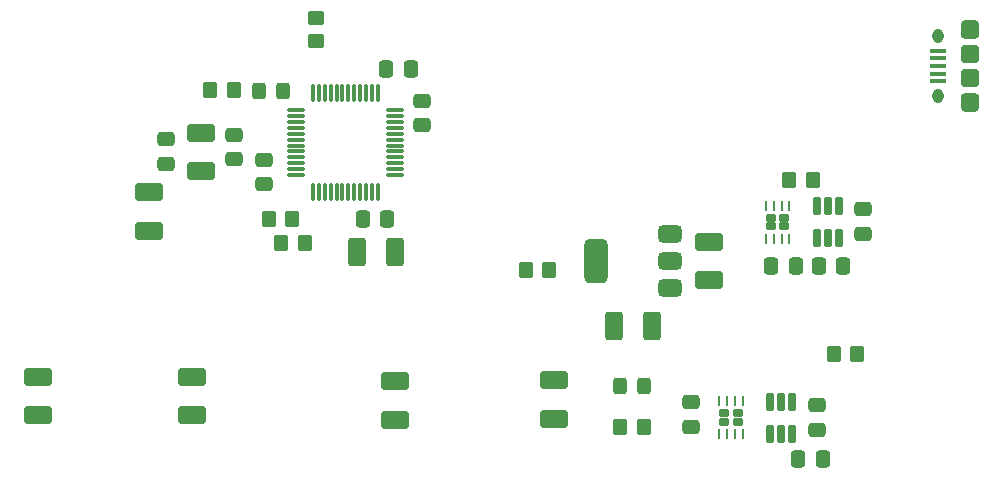
<source format=gbr>
%TF.GenerationSoftware,KiCad,Pcbnew,9.0.5*%
%TF.CreationDate,2025-10-26T18:09:26+01:00*%
%TF.ProjectId,MiniSumoSTM,4d696e69-5375-46d6-9f53-544d2e6b6963,rev?*%
%TF.SameCoordinates,Original*%
%TF.FileFunction,Paste,Top*%
%TF.FilePolarity,Positive*%
%FSLAX46Y46*%
G04 Gerber Fmt 4.6, Leading zero omitted, Abs format (unit mm)*
G04 Created by KiCad (PCBNEW 9.0.5) date 2025-10-26 18:09:26*
%MOMM*%
%LPD*%
G01*
G04 APERTURE LIST*
G04 Aperture macros list*
%AMRoundRect*
0 Rectangle with rounded corners*
0 $1 Rounding radius*
0 $2 $3 $4 $5 $6 $7 $8 $9 X,Y pos of 4 corners*
0 Add a 4 corners polygon primitive as box body*
4,1,4,$2,$3,$4,$5,$6,$7,$8,$9,$2,$3,0*
0 Add four circle primitives for the rounded corners*
1,1,$1+$1,$2,$3*
1,1,$1+$1,$4,$5*
1,1,$1+$1,$6,$7*
1,1,$1+$1,$8,$9*
0 Add four rect primitives between the rounded corners*
20,1,$1+$1,$2,$3,$4,$5,0*
20,1,$1+$1,$4,$5,$6,$7,0*
20,1,$1+$1,$6,$7,$8,$9,0*
20,1,$1+$1,$8,$9,$2,$3,0*%
G04 Aperture macros list end*
%ADD10RoundRect,0.150000X-0.305000X0.150000X-0.305000X-0.150000X0.305000X-0.150000X0.305000X0.150000X0*%
%ADD11RoundRect,0.062500X-0.062500X0.387500X-0.062500X-0.387500X0.062500X-0.387500X0.062500X0.387500X0*%
%ADD12RoundRect,0.150000X0.305000X-0.150000X0.305000X0.150000X-0.305000X0.150000X-0.305000X-0.150000X0*%
%ADD13RoundRect,0.062500X0.062500X-0.387500X0.062500X0.387500X-0.062500X0.387500X-0.062500X-0.387500X0*%
%ADD14RoundRect,0.250000X0.475000X-0.337500X0.475000X0.337500X-0.475000X0.337500X-0.475000X-0.337500X0*%
%ADD15RoundRect,0.250000X0.525000X-0.475000X0.525000X0.475000X-0.525000X0.475000X-0.525000X-0.475000X0*%
%ADD16RoundRect,0.250000X0.525000X-0.500000X0.525000X0.500000X-0.525000X0.500000X-0.525000X-0.500000X0*%
%ADD17RoundRect,0.100000X0.575000X-0.100000X0.575000X0.100000X-0.575000X0.100000X-0.575000X-0.100000X0*%
%ADD18O,1.550000X0.890000*%
%ADD19O,0.950000X1.250000*%
%ADD20RoundRect,0.250001X-0.507499X-0.944999X0.507499X-0.944999X0.507499X0.944999X-0.507499X0.944999X0*%
%ADD21RoundRect,0.250000X-0.475000X0.337500X-0.475000X-0.337500X0.475000X-0.337500X0.475000X0.337500X0*%
%ADD22RoundRect,0.250000X0.337500X0.475000X-0.337500X0.475000X-0.337500X-0.475000X0.337500X-0.475000X0*%
%ADD23RoundRect,0.250000X-0.337500X-0.475000X0.337500X-0.475000X0.337500X0.475000X-0.337500X0.475000X0*%
%ADD24RoundRect,0.250001X-0.944999X0.507499X-0.944999X-0.507499X0.944999X-0.507499X0.944999X0.507499X0*%
%ADD25RoundRect,0.250001X0.507499X0.944999X-0.507499X0.944999X-0.507499X-0.944999X0.507499X-0.944999X0*%
%ADD26RoundRect,0.250000X0.325000X0.450000X-0.325000X0.450000X-0.325000X-0.450000X0.325000X-0.450000X0*%
%ADD27RoundRect,0.250000X-0.325000X-0.450000X0.325000X-0.450000X0.325000X0.450000X-0.325000X0.450000X0*%
%ADD28RoundRect,0.250000X-0.350000X-0.450000X0.350000X-0.450000X0.350000X0.450000X-0.350000X0.450000X0*%
%ADD29RoundRect,0.250000X0.350000X0.450000X-0.350000X0.450000X-0.350000X-0.450000X0.350000X-0.450000X0*%
%ADD30RoundRect,0.250000X-0.450000X0.350000X-0.450000X-0.350000X0.450000X-0.350000X0.450000X0.350000X0*%
%ADD31RoundRect,0.162500X-0.162500X0.617500X-0.162500X-0.617500X0.162500X-0.617500X0.162500X0.617500X0*%
%ADD32RoundRect,0.375000X0.625000X0.375000X-0.625000X0.375000X-0.625000X-0.375000X0.625000X-0.375000X0*%
%ADD33RoundRect,0.500000X0.500000X1.400000X-0.500000X1.400000X-0.500000X-1.400000X0.500000X-1.400000X0*%
%ADD34RoundRect,0.075000X-0.662500X0.075000X-0.662500X-0.075000X0.662500X-0.075000X0.662500X0.075000X0*%
%ADD35RoundRect,0.075000X-0.075000X0.662500X-0.075000X-0.662500X0.075000X-0.662500X0.075000X0.662500X0*%
G04 APERTURE END LIST*
D10*
%TO.C,Q4*%
X180310000Y-84412500D03*
X179190000Y-84412500D03*
X180310000Y-85162500D03*
X179190000Y-85162500D03*
D11*
X180725000Y-83387500D03*
X180075000Y-83387500D03*
X179425000Y-83387500D03*
X178775000Y-83387500D03*
X178775000Y-86187500D03*
X179425000Y-86187500D03*
X180075000Y-86187500D03*
X180725000Y-86187500D03*
%TD*%
D12*
%TO.C,Q3*%
X175240000Y-101687500D03*
X176360000Y-101687500D03*
X175240000Y-100937500D03*
X176360000Y-100937500D03*
D13*
X174825000Y-102712500D03*
X175475000Y-102712500D03*
X176125000Y-102712500D03*
X176775000Y-102712500D03*
X176775000Y-99912500D03*
X176125000Y-99912500D03*
X175475000Y-99912500D03*
X174825000Y-99912500D03*
%TD*%
D14*
%TO.C,C25*%
X183050000Y-102387500D03*
X183050000Y-100312500D03*
%TD*%
D15*
%TO.C,J2*%
X196025000Y-68550000D03*
D16*
X196025000Y-70575000D03*
X196025000Y-72575000D03*
D15*
X196025000Y-74600000D03*
D17*
X193325000Y-70275000D03*
X193325000Y-70925000D03*
X193325000Y-71575000D03*
X193325000Y-72225000D03*
X193325000Y-72875000D03*
D18*
X196025000Y-68075000D03*
D19*
X193325000Y-69075000D03*
X193325000Y-74075000D03*
D18*
X196025000Y-75075000D03*
%TD*%
D20*
%TO.C,C2*%
X169127500Y-93600000D03*
X165872500Y-93600000D03*
%TD*%
D21*
%TO.C,C6*%
X149650000Y-76600000D03*
X149650000Y-74525000D03*
%TD*%
D14*
%TO.C,C7*%
X136300000Y-79525000D03*
X136300000Y-81600000D03*
%TD*%
D22*
%TO.C,C8*%
X144612500Y-84562500D03*
X146687500Y-84562500D03*
%TD*%
D23*
%TO.C,C9*%
X148687500Y-71812500D03*
X146612500Y-71812500D03*
%TD*%
D24*
%TO.C,C11*%
X160850000Y-101427500D03*
X160850000Y-98172500D03*
%TD*%
%TO.C,C13*%
X173900000Y-89727500D03*
X173900000Y-86472500D03*
%TD*%
%TO.C,C14*%
X147350000Y-101527500D03*
X147350000Y-98272500D03*
%TD*%
%TO.C,C16*%
X117125000Y-101152500D03*
X117125000Y-97897500D03*
%TD*%
%TO.C,C18*%
X130150000Y-101152500D03*
X130150000Y-97897500D03*
%TD*%
D25*
%TO.C,C20*%
X144122500Y-87362500D03*
X147377500Y-87362500D03*
%TD*%
D23*
%TO.C,C21*%
X181287500Y-88500000D03*
X179212500Y-88500000D03*
%TD*%
D14*
%TO.C,C22*%
X187000000Y-83712500D03*
X187000000Y-85787500D03*
%TD*%
D22*
%TO.C,C23*%
X183212500Y-88500000D03*
X185287500Y-88500000D03*
%TD*%
D23*
%TO.C,C24*%
X183587500Y-104850000D03*
X181512500Y-104850000D03*
%TD*%
D21*
%TO.C,C26*%
X172400000Y-102137500D03*
X172400000Y-100062500D03*
%TD*%
%TO.C,C27*%
X133750000Y-79487500D03*
X133750000Y-77412500D03*
%TD*%
D24*
%TO.C,C28*%
X130900000Y-80502500D03*
X130900000Y-77247500D03*
%TD*%
%TO.C,C29*%
X126500000Y-85527500D03*
X126500000Y-82272500D03*
%TD*%
D26*
%TO.C,D1*%
X166375000Y-98700000D03*
X168425000Y-98700000D03*
%TD*%
D27*
%TO.C,D2*%
X137850000Y-73650000D03*
X135800000Y-73650000D03*
%TD*%
D21*
%TO.C,FB1*%
X128000000Y-79862500D03*
X128000000Y-77787500D03*
%TD*%
D28*
%TO.C,R9*%
X138650000Y-84500000D03*
X136650000Y-84500000D03*
%TD*%
D29*
%TO.C,R10*%
X180750000Y-81250000D03*
X182750000Y-81250000D03*
%TD*%
D28*
%TO.C,R11*%
X186500000Y-96000000D03*
X184500000Y-96000000D03*
%TD*%
%TO.C,R12*%
X139700000Y-86600000D03*
X137700000Y-86600000D03*
%TD*%
D29*
%TO.C,R13*%
X166400000Y-102100000D03*
X168400000Y-102100000D03*
%TD*%
%TO.C,R14*%
X131725000Y-73625000D03*
X133725000Y-73625000D03*
%TD*%
D30*
%TO.C,R15*%
X140700000Y-69500000D03*
X140700000Y-67500000D03*
%TD*%
D29*
%TO.C,R17*%
X158425000Y-88825000D03*
X160425000Y-88825000D03*
%TD*%
D31*
%TO.C,U7*%
X181000000Y-102700000D03*
X180050000Y-102700000D03*
X179100000Y-102700000D03*
X179100000Y-100000000D03*
X180050000Y-100000000D03*
X181000000Y-100000000D03*
%TD*%
D32*
%TO.C,U11*%
X170650000Y-85800000D03*
D33*
X164350000Y-88100000D03*
D32*
X170650000Y-88100000D03*
X170650000Y-90400000D03*
%TD*%
D31*
%TO.C,U6*%
X184950000Y-86100000D03*
X184000000Y-86100000D03*
X183050000Y-86100000D03*
X183050000Y-83400000D03*
X184000000Y-83400000D03*
X184950000Y-83400000D03*
%TD*%
D34*
%TO.C,U4*%
X147312500Y-75312500D03*
X147312500Y-75812500D03*
X147312500Y-76312500D03*
X147312500Y-76812500D03*
X147312500Y-77312500D03*
X147312500Y-77812500D03*
X147312500Y-78312500D03*
X147312500Y-78812500D03*
X147312500Y-79312500D03*
X147312500Y-79812500D03*
X147312500Y-80312500D03*
X147312500Y-80812500D03*
D35*
X145900000Y-82225000D03*
X145400000Y-82225000D03*
X144900000Y-82225000D03*
X144400000Y-82225000D03*
X143900000Y-82225000D03*
X143400000Y-82225000D03*
X142900000Y-82225000D03*
X142400000Y-82225000D03*
X141900000Y-82225000D03*
X141400000Y-82225000D03*
X140900000Y-82225000D03*
X140400000Y-82225000D03*
D34*
X138987500Y-80812500D03*
X138987500Y-80312500D03*
X138987500Y-79812500D03*
X138987500Y-79312500D03*
X138987500Y-78812500D03*
X138987500Y-78312500D03*
X138987500Y-77812500D03*
X138987500Y-77312500D03*
X138987500Y-76812500D03*
X138987500Y-76312500D03*
X138987500Y-75812500D03*
X138987500Y-75312500D03*
D35*
X140400000Y-73900000D03*
X140900000Y-73900000D03*
X141400000Y-73900000D03*
X141900000Y-73900000D03*
X142400000Y-73900000D03*
X142900000Y-73900000D03*
X143400000Y-73900000D03*
X143900000Y-73900000D03*
X144400000Y-73900000D03*
X144900000Y-73900000D03*
X145400000Y-73900000D03*
X145900000Y-73900000D03*
%TD*%
M02*

</source>
